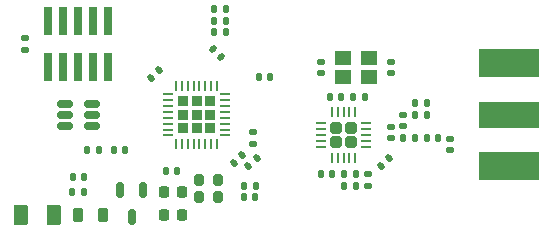
<source format=gbp>
G04 #@! TF.GenerationSoftware,KiCad,Pcbnew,9.0.0*
G04 #@! TF.CreationDate,2025-04-06T23:20:39+02:00*
G04 #@! TF.ProjectId,RF-to-USB,52462d74-6f2d-4555-9342-2e6b69636164,rev?*
G04 #@! TF.SameCoordinates,Original*
G04 #@! TF.FileFunction,Paste,Bot*
G04 #@! TF.FilePolarity,Positive*
%FSLAX46Y46*%
G04 Gerber Fmt 4.6, Leading zero omitted, Abs format (unit mm)*
G04 Created by KiCad (PCBNEW 9.0.0) date 2025-04-06 23:20:39*
%MOMM*%
%LPD*%
G01*
G04 APERTURE LIST*
G04 Aperture macros list*
%AMRoundRect*
0 Rectangle with rounded corners*
0 $1 Rounding radius*
0 $2 $3 $4 $5 $6 $7 $8 $9 X,Y pos of 4 corners*
0 Add a 4 corners polygon primitive as box body*
4,1,4,$2,$3,$4,$5,$6,$7,$8,$9,$2,$3,0*
0 Add four circle primitives for the rounded corners*
1,1,$1+$1,$2,$3*
1,1,$1+$1,$4,$5*
1,1,$1+$1,$6,$7*
1,1,$1+$1,$8,$9*
0 Add four rect primitives between the rounded corners*
20,1,$1+$1,$2,$3,$4,$5,0*
20,1,$1+$1,$4,$5,$6,$7,0*
20,1,$1+$1,$6,$7,$8,$9,0*
20,1,$1+$1,$8,$9,$2,$3,0*%
G04 Aperture macros list end*
%ADD10RoundRect,0.140000X-0.140000X-0.170000X0.140000X-0.170000X0.140000X0.170000X-0.140000X0.170000X0*%
%ADD11RoundRect,0.147500X-0.147500X-0.172500X0.147500X-0.172500X0.147500X0.172500X-0.147500X0.172500X0*%
%ADD12RoundRect,0.200000X0.200000X0.275000X-0.200000X0.275000X-0.200000X-0.275000X0.200000X-0.275000X0*%
%ADD13RoundRect,0.150000X-0.150000X0.512500X-0.150000X-0.512500X0.150000X-0.512500X0.150000X0.512500X0*%
%ADD14RoundRect,0.147500X0.172500X-0.147500X0.172500X0.147500X-0.172500X0.147500X-0.172500X-0.147500X0*%
%ADD15RoundRect,0.140000X0.140000X0.170000X-0.140000X0.170000X-0.140000X-0.170000X0.140000X-0.170000X0*%
%ADD16RoundRect,0.135000X0.185000X-0.135000X0.185000X0.135000X-0.185000X0.135000X-0.185000X-0.135000X0*%
%ADD17R,5.080000X2.290000*%
%ADD18R,5.080000X2.420000*%
%ADD19RoundRect,0.140000X0.170000X-0.140000X0.170000X0.140000X-0.170000X0.140000X-0.170000X-0.140000X0*%
%ADD20RoundRect,0.225000X-0.225000X-0.250000X0.225000X-0.250000X0.225000X0.250000X-0.225000X0.250000X0*%
%ADD21RoundRect,0.140000X0.021213X-0.219203X0.219203X-0.021213X-0.021213X0.219203X-0.219203X0.021213X0*%
%ADD22R,1.400000X1.150000*%
%ADD23RoundRect,0.135000X0.135000X0.185000X-0.135000X0.185000X-0.135000X-0.185000X0.135000X-0.185000X0*%
%ADD24RoundRect,0.140000X-0.021213X0.219203X-0.219203X0.021213X0.021213X-0.219203X0.219203X-0.021213X0*%
%ADD25RoundRect,0.218750X0.218750X0.381250X-0.218750X0.381250X-0.218750X-0.381250X0.218750X-0.381250X0*%
%ADD26RoundRect,0.250000X-0.255000X-0.255000X0.255000X-0.255000X0.255000X0.255000X-0.255000X0.255000X0*%
%ADD27RoundRect,0.062500X-0.350000X-0.062500X0.350000X-0.062500X0.350000X0.062500X-0.350000X0.062500X0*%
%ADD28RoundRect,0.062500X-0.062500X-0.350000X0.062500X-0.350000X0.062500X0.350000X-0.062500X0.350000X0*%
%ADD29RoundRect,0.135000X-0.135000X-0.185000X0.135000X-0.185000X0.135000X0.185000X-0.135000X0.185000X0*%
%ADD30R,0.740000X2.400000*%
%ADD31RoundRect,0.135000X-0.185000X0.135000X-0.185000X-0.135000X0.185000X-0.135000X0.185000X0.135000X0*%
%ADD32RoundRect,0.140000X-0.170000X0.140000X-0.170000X-0.140000X0.170000X-0.140000X0.170000X0.140000X0*%
%ADD33RoundRect,0.140000X0.219203X0.021213X0.021213X0.219203X-0.219203X-0.021213X-0.021213X-0.219203X0*%
%ADD34RoundRect,0.232500X0.232500X-0.232500X0.232500X0.232500X-0.232500X0.232500X-0.232500X-0.232500X0*%
%ADD35RoundRect,0.062500X0.062500X-0.375000X0.062500X0.375000X-0.062500X0.375000X-0.062500X-0.375000X0*%
%ADD36RoundRect,0.062500X0.375000X-0.062500X0.375000X0.062500X-0.375000X0.062500X-0.375000X-0.062500X0*%
%ADD37RoundRect,0.250000X-0.375000X-0.625000X0.375000X-0.625000X0.375000X0.625000X-0.375000X0.625000X0*%
%ADD38RoundRect,0.150000X0.512500X0.150000X-0.512500X0.150000X-0.512500X-0.150000X0.512500X-0.150000X0*%
G04 APERTURE END LIST*
D10*
X107270000Y-47000000D03*
X108230000Y-47000000D03*
D11*
X113515000Y-50500000D03*
X114485000Y-50500000D03*
D12*
X97825000Y-55500000D03*
X96175000Y-55500000D03*
D13*
X89550000Y-54862500D03*
X91450000Y-54862500D03*
X90500000Y-57137500D03*
D14*
X113500000Y-49485000D03*
X113500000Y-48515000D03*
D15*
X100970000Y-55500000D03*
X100010000Y-55500000D03*
D10*
X108520000Y-54500000D03*
X109480000Y-54500000D03*
D16*
X100750000Y-51010000D03*
X100750000Y-49990000D03*
D17*
X122430000Y-48500000D03*
D18*
X122430000Y-52880000D03*
X122430000Y-44120000D03*
D19*
X112500000Y-44980000D03*
X112500000Y-44020000D03*
D20*
X93225000Y-55000000D03*
X94775000Y-55000000D03*
D10*
X85510000Y-53770000D03*
X86470000Y-53770000D03*
D21*
X99160589Y-52589411D03*
X99839411Y-51910589D03*
D22*
X110600000Y-45300000D03*
X108400000Y-45300000D03*
X108400000Y-43700000D03*
X110600000Y-43700000D03*
D21*
X111660589Y-52839411D03*
X112339411Y-52160589D03*
D23*
X110260000Y-47000000D03*
X109240000Y-47000000D03*
D10*
X93410000Y-53270000D03*
X94370000Y-53270000D03*
X114520000Y-48500000D03*
X115480000Y-48500000D03*
D15*
X89950000Y-51520000D03*
X88990000Y-51520000D03*
D24*
X92829411Y-44680589D03*
X92150589Y-45359411D03*
D14*
X112500000Y-50485000D03*
X112500000Y-49515000D03*
D25*
X88062500Y-57000000D03*
X85937500Y-57000000D03*
D10*
X115520000Y-50500000D03*
X116480000Y-50500000D03*
D15*
X98470000Y-39520000D03*
X97510000Y-39520000D03*
D26*
X107827500Y-49585000D03*
X107827500Y-50835000D03*
X109077500Y-49585000D03*
X109077500Y-50835000D03*
D27*
X106515000Y-51210000D03*
X106515000Y-50710000D03*
X106515000Y-50210000D03*
X106515000Y-49710000D03*
X106515000Y-49210000D03*
D28*
X107452500Y-48272500D03*
X107952500Y-48272500D03*
X108452500Y-48272500D03*
X108952500Y-48272500D03*
X109452500Y-48272500D03*
D27*
X110390000Y-49210000D03*
X110390000Y-49710000D03*
X110390000Y-50210000D03*
X110390000Y-50710000D03*
X110390000Y-51210000D03*
D28*
X109452500Y-52147500D03*
X108952500Y-52147500D03*
X108452500Y-52147500D03*
X107952500Y-52147500D03*
X107452500Y-52147500D03*
D29*
X85480000Y-55020000D03*
X86500000Y-55020000D03*
D30*
X88540000Y-44450000D03*
X88540000Y-40550000D03*
X87270000Y-44450000D03*
X87270000Y-40550000D03*
X86000000Y-44450000D03*
X86000000Y-40550000D03*
X84730000Y-44450000D03*
X84730000Y-40550000D03*
X83460000Y-44450000D03*
X83460000Y-40550000D03*
D10*
X114520000Y-47530000D03*
X115480000Y-47530000D03*
D15*
X107480000Y-53500000D03*
X106520000Y-53500000D03*
D12*
X97825000Y-54000000D03*
X96175000Y-54000000D03*
D31*
X110500000Y-53490000D03*
X110500000Y-54510000D03*
D32*
X81500000Y-42020000D03*
X81500000Y-42980000D03*
D15*
X102220000Y-45270000D03*
X101260000Y-45270000D03*
D33*
X98079411Y-43609411D03*
X97400589Y-42930589D03*
D34*
X94850000Y-49650000D03*
X96000000Y-49650000D03*
X97150000Y-49650000D03*
X94850000Y-48500000D03*
X96000000Y-48500000D03*
X97150000Y-48500000D03*
X94850000Y-47350000D03*
X96000000Y-47350000D03*
X97150000Y-47350000D03*
D35*
X97750000Y-50937500D03*
X97250000Y-50937500D03*
X96750000Y-50937500D03*
X96250000Y-50937500D03*
X95750000Y-50937500D03*
X95250000Y-50937500D03*
X94750000Y-50937500D03*
X94250000Y-50937500D03*
D36*
X93562500Y-50250000D03*
X93562500Y-49750000D03*
X93562500Y-49250000D03*
X93562500Y-48750000D03*
X93562500Y-48250000D03*
X93562500Y-47750000D03*
X93562500Y-47250000D03*
X93562500Y-46750000D03*
D35*
X94250000Y-46062500D03*
X94750000Y-46062500D03*
X95250000Y-46062500D03*
X95750000Y-46062500D03*
X96250000Y-46062500D03*
X96750000Y-46062500D03*
X97250000Y-46062500D03*
X97750000Y-46062500D03*
D36*
X98437500Y-46750000D03*
X98437500Y-47250000D03*
X98437500Y-47750000D03*
X98437500Y-48250000D03*
X98437500Y-48750000D03*
X98437500Y-49250000D03*
X98437500Y-49750000D03*
X98437500Y-50250000D03*
D37*
X81100000Y-57000000D03*
X83900000Y-57000000D03*
D32*
X106500000Y-44020000D03*
X106500000Y-44980000D03*
D38*
X87137500Y-47550000D03*
X87137500Y-48500000D03*
X87137500Y-49450000D03*
X84862500Y-49450000D03*
X84862500Y-48500000D03*
X84862500Y-47550000D03*
D32*
X117500000Y-50520000D03*
X117500000Y-51480000D03*
D29*
X97480000Y-41520000D03*
X98500000Y-41520000D03*
D15*
X87720000Y-51520000D03*
X86760000Y-51520000D03*
D23*
X101000000Y-54500000D03*
X99980000Y-54500000D03*
D21*
X100400589Y-52859411D03*
X101079411Y-52180589D03*
D10*
X108520000Y-53500000D03*
X109480000Y-53500000D03*
D20*
X93225000Y-57000000D03*
X94775000Y-57000000D03*
D15*
X98470000Y-40520000D03*
X97510000Y-40520000D03*
M02*

</source>
